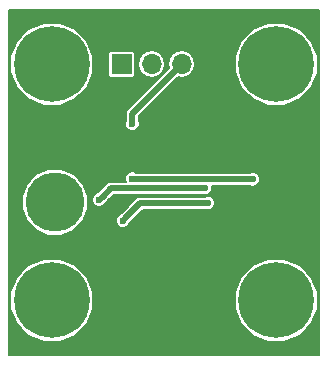
<source format=gbr>
G04 #@! TF.FileFunction,Copper,L2,Bot,Signal*
%FSLAX46Y46*%
G04 Gerber Fmt 4.6, Leading zero omitted, Abs format (unit mm)*
G04 Created by KiCad (PCBNEW 4.0.7-e2-6376~58~ubuntu16.04.1) date Tue Sep 19 17:51:42 2017*
%MOMM*%
%LPD*%
G01*
G04 APERTURE LIST*
%ADD10C,0.100000*%
%ADD11C,6.400000*%
%ADD12O,1.700000X1.700000*%
%ADD13R,1.700000X1.700000*%
%ADD14C,5.000000*%
%ADD15C,0.600000*%
%ADD16C,0.500000*%
%ADD17C,0.200000*%
G04 APERTURE END LIST*
D10*
D11*
X4000000Y5000000D03*
X23000000Y5000000D03*
X4000000Y25000000D03*
D12*
X17540000Y25000000D03*
X15000000Y25000000D03*
X12460000Y25000000D03*
D13*
X9920000Y25000000D03*
D11*
X23000000Y25000000D03*
D14*
X4248518Y13300061D03*
D15*
X10000000Y6000000D03*
X18000000Y6000000D03*
X20250000Y10250000D03*
X12500000Y12000000D03*
X11250000Y18750000D03*
X10830616Y19919941D03*
X8000000Y13500000D03*
X17000000Y14499992D03*
X10000000Y11750000D03*
X17250000Y13250000D03*
X10800580Y15325796D03*
X21000000Y15250000D03*
D16*
X10830616Y20830616D02*
X10830616Y20344205D01*
X15000000Y25000000D02*
X10830616Y20830616D01*
X10830616Y20344205D02*
X10830616Y19919941D01*
X8299999Y13799999D02*
X8000000Y13500000D01*
X8999992Y14499992D02*
X8299999Y13799999D01*
X17000000Y14499992D02*
X8999992Y14499992D01*
X17250000Y13250000D02*
X11500000Y13250000D01*
X10299999Y12049999D02*
X10000000Y11750000D01*
X11500000Y13250000D02*
X10299999Y12049999D01*
X10876376Y15250000D02*
X10800580Y15325796D01*
X21000000Y15250000D02*
X10876376Y15250000D01*
D17*
G36*
X26625000Y375000D02*
X375000Y375000D01*
X375000Y4306861D01*
X499394Y4306861D01*
X1031114Y3019999D01*
X2014821Y2034575D01*
X3300753Y1500609D01*
X4693139Y1499394D01*
X5980001Y2031114D01*
X6965425Y3014821D01*
X7499391Y4300753D01*
X7499396Y4306861D01*
X19499394Y4306861D01*
X20031114Y3019999D01*
X21014821Y2034575D01*
X22300753Y1500609D01*
X23693139Y1499394D01*
X24980001Y2031114D01*
X25965425Y3014821D01*
X26499391Y4300753D01*
X26500606Y5693139D01*
X25968886Y6980001D01*
X24985179Y7965425D01*
X23699247Y8499391D01*
X22306861Y8500606D01*
X21019999Y7968886D01*
X20034575Y6985179D01*
X19500609Y5699247D01*
X19499394Y4306861D01*
X7499396Y4306861D01*
X7500606Y5693139D01*
X6968886Y6980001D01*
X5985179Y7965425D01*
X4699247Y8499391D01*
X3306861Y8500606D01*
X2019999Y7968886D01*
X1034575Y6985179D01*
X500609Y5699247D01*
X499394Y4306861D01*
X375000Y4306861D01*
X375000Y12745550D01*
X1448033Y12745550D01*
X1873410Y11716061D01*
X2660375Y10927721D01*
X3689120Y10500548D01*
X4803029Y10499576D01*
X5832518Y10924953D01*
X6539974Y11631176D01*
X9399896Y11631176D01*
X9491048Y11410571D01*
X9659683Y11241641D01*
X9880129Y11150104D01*
X10118824Y11149896D01*
X10339429Y11241048D01*
X10508359Y11409683D01*
X10558675Y11530858D01*
X10688905Y11661088D01*
X10688908Y11661090D01*
X11727818Y12700000D01*
X17009966Y12700000D01*
X17130129Y12650104D01*
X17368824Y12649896D01*
X17589429Y12741048D01*
X17758359Y12909683D01*
X17849896Y13130129D01*
X17850104Y13368824D01*
X17758952Y13589429D01*
X17590317Y13758359D01*
X17369871Y13849896D01*
X17131176Y13850104D01*
X17009915Y13800000D01*
X11500005Y13800000D01*
X11500000Y13800001D01*
X11289524Y13758134D01*
X11111091Y13638909D01*
X9911090Y12438908D01*
X9911088Y12438905D01*
X9780821Y12308638D01*
X9660571Y12258952D01*
X9491641Y12090317D01*
X9400104Y11869871D01*
X9399896Y11631176D01*
X6539974Y11631176D01*
X6620858Y11711918D01*
X7048031Y12740663D01*
X7048589Y13381176D01*
X7399896Y13381176D01*
X7491048Y13160571D01*
X7659683Y12991641D01*
X7880129Y12900104D01*
X8118824Y12899896D01*
X8339429Y12991048D01*
X8508359Y13159683D01*
X8558675Y13280858D01*
X8688905Y13411088D01*
X8688908Y13411090D01*
X9227809Y13949992D01*
X16759966Y13949992D01*
X16880129Y13900096D01*
X17118824Y13899888D01*
X17339429Y13991040D01*
X17508359Y14159675D01*
X17599896Y14380121D01*
X17600104Y14618816D01*
X17566560Y14700000D01*
X20759966Y14700000D01*
X20880129Y14650104D01*
X21118824Y14649896D01*
X21339429Y14741048D01*
X21508359Y14909683D01*
X21599896Y15130129D01*
X21600104Y15368824D01*
X21508952Y15589429D01*
X21340317Y15758359D01*
X21119871Y15849896D01*
X20881176Y15850104D01*
X20759915Y15800000D01*
X11174992Y15800000D01*
X11140897Y15834155D01*
X10920451Y15925692D01*
X10681756Y15925900D01*
X10461151Y15834748D01*
X10292221Y15666113D01*
X10200684Y15445667D01*
X10200476Y15206972D01*
X10265339Y15049992D01*
X8999997Y15049992D01*
X8999992Y15049993D01*
X8793628Y15008944D01*
X8789516Y15008126D01*
X8611083Y14888901D01*
X8611081Y14888898D01*
X7911090Y14188908D01*
X7911088Y14188905D01*
X7780821Y14058638D01*
X7660571Y14008952D01*
X7491641Y13840317D01*
X7400104Y13619871D01*
X7399896Y13381176D01*
X7048589Y13381176D01*
X7049003Y13854572D01*
X6623626Y14884061D01*
X5836661Y15672401D01*
X4807916Y16099574D01*
X3694007Y16100546D01*
X2664518Y15675169D01*
X1876178Y14888204D01*
X1449005Y13859459D01*
X1448033Y12745550D01*
X375000Y12745550D01*
X375000Y19801117D01*
X10230512Y19801117D01*
X10321664Y19580512D01*
X10490299Y19411582D01*
X10710745Y19320045D01*
X10949440Y19319837D01*
X11170045Y19410989D01*
X11338975Y19579624D01*
X11430512Y19800070D01*
X11430720Y20038765D01*
X11380616Y20160026D01*
X11380616Y20602798D01*
X14670775Y23892957D01*
X15000000Y23827470D01*
X15440086Y23915009D01*
X15813173Y24164297D01*
X15908430Y24306861D01*
X19499394Y24306861D01*
X20031114Y23019999D01*
X21014821Y22034575D01*
X22300753Y21500609D01*
X23693139Y21499394D01*
X24980001Y22031114D01*
X25965425Y23014821D01*
X26499391Y24300753D01*
X26500606Y25693139D01*
X25968886Y26980001D01*
X24985179Y27965425D01*
X23699247Y28499391D01*
X22306861Y28500606D01*
X21019999Y27968886D01*
X20034575Y26985179D01*
X19500609Y25699247D01*
X19499394Y24306861D01*
X15908430Y24306861D01*
X16062461Y24537384D01*
X16150000Y24977470D01*
X16150000Y25022530D01*
X16062461Y25462616D01*
X15813173Y25835703D01*
X15440086Y26084991D01*
X15000000Y26172530D01*
X14559914Y26084991D01*
X14186827Y25835703D01*
X13937539Y25462616D01*
X13850000Y25022530D01*
X13850000Y24977470D01*
X13908011Y24685829D01*
X10441707Y21219525D01*
X10322482Y21041092D01*
X10280616Y20830616D01*
X10280616Y20159975D01*
X10230720Y20039812D01*
X10230512Y19801117D01*
X375000Y19801117D01*
X375000Y24306861D01*
X499394Y24306861D01*
X1031114Y23019999D01*
X2014821Y22034575D01*
X3300753Y21500609D01*
X4693139Y21499394D01*
X5980001Y22031114D01*
X6965425Y23014821D01*
X7499391Y24300753D01*
X7500606Y25693139D01*
X7435793Y25850000D01*
X8764123Y25850000D01*
X8764123Y24150000D01*
X8785042Y24038827D01*
X8850745Y23936721D01*
X8950997Y23868222D01*
X9070000Y23844123D01*
X10770000Y23844123D01*
X10881173Y23865042D01*
X10983279Y23930745D01*
X11051778Y24030997D01*
X11075877Y24150000D01*
X11075877Y25022530D01*
X11310000Y25022530D01*
X11310000Y24977470D01*
X11397539Y24537384D01*
X11646827Y24164297D01*
X12019914Y23915009D01*
X12460000Y23827470D01*
X12900086Y23915009D01*
X13273173Y24164297D01*
X13522461Y24537384D01*
X13610000Y24977470D01*
X13610000Y25022530D01*
X13522461Y25462616D01*
X13273173Y25835703D01*
X12900086Y26084991D01*
X12460000Y26172530D01*
X12019914Y26084991D01*
X11646827Y25835703D01*
X11397539Y25462616D01*
X11310000Y25022530D01*
X11075877Y25022530D01*
X11075877Y25850000D01*
X11054958Y25961173D01*
X10989255Y26063279D01*
X10889003Y26131778D01*
X10770000Y26155877D01*
X9070000Y26155877D01*
X8958827Y26134958D01*
X8856721Y26069255D01*
X8788222Y25969003D01*
X8764123Y25850000D01*
X7435793Y25850000D01*
X6968886Y26980001D01*
X5985179Y27965425D01*
X4699247Y28499391D01*
X3306861Y28500606D01*
X2019999Y27968886D01*
X1034575Y26985179D01*
X500609Y25699247D01*
X499394Y24306861D01*
X375000Y24306861D01*
X375000Y29625000D01*
X26625000Y29625000D01*
X26625000Y375000D01*
X26625000Y375000D01*
G37*
X26625000Y375000D02*
X375000Y375000D01*
X375000Y4306861D01*
X499394Y4306861D01*
X1031114Y3019999D01*
X2014821Y2034575D01*
X3300753Y1500609D01*
X4693139Y1499394D01*
X5980001Y2031114D01*
X6965425Y3014821D01*
X7499391Y4300753D01*
X7499396Y4306861D01*
X19499394Y4306861D01*
X20031114Y3019999D01*
X21014821Y2034575D01*
X22300753Y1500609D01*
X23693139Y1499394D01*
X24980001Y2031114D01*
X25965425Y3014821D01*
X26499391Y4300753D01*
X26500606Y5693139D01*
X25968886Y6980001D01*
X24985179Y7965425D01*
X23699247Y8499391D01*
X22306861Y8500606D01*
X21019999Y7968886D01*
X20034575Y6985179D01*
X19500609Y5699247D01*
X19499394Y4306861D01*
X7499396Y4306861D01*
X7500606Y5693139D01*
X6968886Y6980001D01*
X5985179Y7965425D01*
X4699247Y8499391D01*
X3306861Y8500606D01*
X2019999Y7968886D01*
X1034575Y6985179D01*
X500609Y5699247D01*
X499394Y4306861D01*
X375000Y4306861D01*
X375000Y12745550D01*
X1448033Y12745550D01*
X1873410Y11716061D01*
X2660375Y10927721D01*
X3689120Y10500548D01*
X4803029Y10499576D01*
X5832518Y10924953D01*
X6539974Y11631176D01*
X9399896Y11631176D01*
X9491048Y11410571D01*
X9659683Y11241641D01*
X9880129Y11150104D01*
X10118824Y11149896D01*
X10339429Y11241048D01*
X10508359Y11409683D01*
X10558675Y11530858D01*
X10688905Y11661088D01*
X10688908Y11661090D01*
X11727818Y12700000D01*
X17009966Y12700000D01*
X17130129Y12650104D01*
X17368824Y12649896D01*
X17589429Y12741048D01*
X17758359Y12909683D01*
X17849896Y13130129D01*
X17850104Y13368824D01*
X17758952Y13589429D01*
X17590317Y13758359D01*
X17369871Y13849896D01*
X17131176Y13850104D01*
X17009915Y13800000D01*
X11500005Y13800000D01*
X11500000Y13800001D01*
X11289524Y13758134D01*
X11111091Y13638909D01*
X9911090Y12438908D01*
X9911088Y12438905D01*
X9780821Y12308638D01*
X9660571Y12258952D01*
X9491641Y12090317D01*
X9400104Y11869871D01*
X9399896Y11631176D01*
X6539974Y11631176D01*
X6620858Y11711918D01*
X7048031Y12740663D01*
X7048589Y13381176D01*
X7399896Y13381176D01*
X7491048Y13160571D01*
X7659683Y12991641D01*
X7880129Y12900104D01*
X8118824Y12899896D01*
X8339429Y12991048D01*
X8508359Y13159683D01*
X8558675Y13280858D01*
X8688905Y13411088D01*
X8688908Y13411090D01*
X9227809Y13949992D01*
X16759966Y13949992D01*
X16880129Y13900096D01*
X17118824Y13899888D01*
X17339429Y13991040D01*
X17508359Y14159675D01*
X17599896Y14380121D01*
X17600104Y14618816D01*
X17566560Y14700000D01*
X20759966Y14700000D01*
X20880129Y14650104D01*
X21118824Y14649896D01*
X21339429Y14741048D01*
X21508359Y14909683D01*
X21599896Y15130129D01*
X21600104Y15368824D01*
X21508952Y15589429D01*
X21340317Y15758359D01*
X21119871Y15849896D01*
X20881176Y15850104D01*
X20759915Y15800000D01*
X11174992Y15800000D01*
X11140897Y15834155D01*
X10920451Y15925692D01*
X10681756Y15925900D01*
X10461151Y15834748D01*
X10292221Y15666113D01*
X10200684Y15445667D01*
X10200476Y15206972D01*
X10265339Y15049992D01*
X8999997Y15049992D01*
X8999992Y15049993D01*
X8793628Y15008944D01*
X8789516Y15008126D01*
X8611083Y14888901D01*
X8611081Y14888898D01*
X7911090Y14188908D01*
X7911088Y14188905D01*
X7780821Y14058638D01*
X7660571Y14008952D01*
X7491641Y13840317D01*
X7400104Y13619871D01*
X7399896Y13381176D01*
X7048589Y13381176D01*
X7049003Y13854572D01*
X6623626Y14884061D01*
X5836661Y15672401D01*
X4807916Y16099574D01*
X3694007Y16100546D01*
X2664518Y15675169D01*
X1876178Y14888204D01*
X1449005Y13859459D01*
X1448033Y12745550D01*
X375000Y12745550D01*
X375000Y19801117D01*
X10230512Y19801117D01*
X10321664Y19580512D01*
X10490299Y19411582D01*
X10710745Y19320045D01*
X10949440Y19319837D01*
X11170045Y19410989D01*
X11338975Y19579624D01*
X11430512Y19800070D01*
X11430720Y20038765D01*
X11380616Y20160026D01*
X11380616Y20602798D01*
X14670775Y23892957D01*
X15000000Y23827470D01*
X15440086Y23915009D01*
X15813173Y24164297D01*
X15908430Y24306861D01*
X19499394Y24306861D01*
X20031114Y23019999D01*
X21014821Y22034575D01*
X22300753Y21500609D01*
X23693139Y21499394D01*
X24980001Y22031114D01*
X25965425Y23014821D01*
X26499391Y24300753D01*
X26500606Y25693139D01*
X25968886Y26980001D01*
X24985179Y27965425D01*
X23699247Y28499391D01*
X22306861Y28500606D01*
X21019999Y27968886D01*
X20034575Y26985179D01*
X19500609Y25699247D01*
X19499394Y24306861D01*
X15908430Y24306861D01*
X16062461Y24537384D01*
X16150000Y24977470D01*
X16150000Y25022530D01*
X16062461Y25462616D01*
X15813173Y25835703D01*
X15440086Y26084991D01*
X15000000Y26172530D01*
X14559914Y26084991D01*
X14186827Y25835703D01*
X13937539Y25462616D01*
X13850000Y25022530D01*
X13850000Y24977470D01*
X13908011Y24685829D01*
X10441707Y21219525D01*
X10322482Y21041092D01*
X10280616Y20830616D01*
X10280616Y20159975D01*
X10230720Y20039812D01*
X10230512Y19801117D01*
X375000Y19801117D01*
X375000Y24306861D01*
X499394Y24306861D01*
X1031114Y23019999D01*
X2014821Y22034575D01*
X3300753Y21500609D01*
X4693139Y21499394D01*
X5980001Y22031114D01*
X6965425Y23014821D01*
X7499391Y24300753D01*
X7500606Y25693139D01*
X7435793Y25850000D01*
X8764123Y25850000D01*
X8764123Y24150000D01*
X8785042Y24038827D01*
X8850745Y23936721D01*
X8950997Y23868222D01*
X9070000Y23844123D01*
X10770000Y23844123D01*
X10881173Y23865042D01*
X10983279Y23930745D01*
X11051778Y24030997D01*
X11075877Y24150000D01*
X11075877Y25022530D01*
X11310000Y25022530D01*
X11310000Y24977470D01*
X11397539Y24537384D01*
X11646827Y24164297D01*
X12019914Y23915009D01*
X12460000Y23827470D01*
X12900086Y23915009D01*
X13273173Y24164297D01*
X13522461Y24537384D01*
X13610000Y24977470D01*
X13610000Y25022530D01*
X13522461Y25462616D01*
X13273173Y25835703D01*
X12900086Y26084991D01*
X12460000Y26172530D01*
X12019914Y26084991D01*
X11646827Y25835703D01*
X11397539Y25462616D01*
X11310000Y25022530D01*
X11075877Y25022530D01*
X11075877Y25850000D01*
X11054958Y25961173D01*
X10989255Y26063279D01*
X10889003Y26131778D01*
X10770000Y26155877D01*
X9070000Y26155877D01*
X8958827Y26134958D01*
X8856721Y26069255D01*
X8788222Y25969003D01*
X8764123Y25850000D01*
X7435793Y25850000D01*
X6968886Y26980001D01*
X5985179Y27965425D01*
X4699247Y28499391D01*
X3306861Y28500606D01*
X2019999Y27968886D01*
X1034575Y26985179D01*
X500609Y25699247D01*
X499394Y24306861D01*
X375000Y24306861D01*
X375000Y29625000D01*
X26625000Y29625000D01*
X26625000Y375000D01*
M02*

</source>
